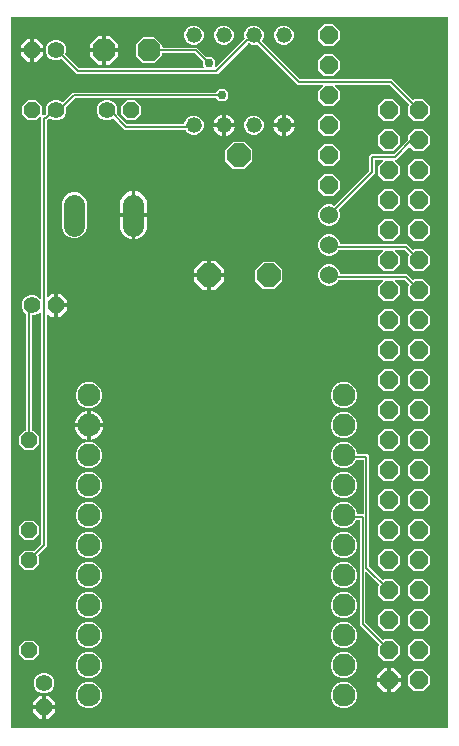
<source format=gbr>
G04 EAGLE Gerber X2 export*
%TF.Part,Single*%
%TF.FileFunction,Copper,L2,Bot,Mixed*%
%TF.FilePolarity,Positive*%
%TF.GenerationSoftware,Autodesk,EAGLE,8.6.0*%
%TF.CreationDate,2018-02-06T17:03:27Z*%
G75*
%MOMM*%
%FSLAX34Y34*%
%LPD*%
%AMOC8*
5,1,8,0,0,1.08239X$1,22.5*%
G01*
%ADD10P,2.089446X8X22.500000*%
%ADD11P,1.539592X8X202.500000*%
%ADD12C,1.422400*%
%ADD13P,1.539592X8X22.500000*%
%ADD14P,1.539592X8X292.500000*%
%ADD15P,1.649562X8X292.500000*%
%ADD16C,1.320800*%
%ADD17C,1.930400*%
%ADD18C,1.524000*%
%ADD19P,1.429621X8X112.500000*%
%ADD20P,1.429621X8X292.500000*%
%ADD21P,2.144431X8X22.500000*%
%ADD22P,1.649562X8X22.500000*%
%ADD23C,1.790700*%
%ADD24C,0.152400*%
%ADD25C,0.756400*%

G36*
X366798Y22864D02*
X366798Y22864D01*
X366817Y22862D01*
X366919Y22884D01*
X367021Y22900D01*
X367038Y22910D01*
X367058Y22914D01*
X367147Y22967D01*
X367238Y23016D01*
X367252Y23030D01*
X367269Y23040D01*
X367336Y23119D01*
X367408Y23194D01*
X367416Y23212D01*
X367429Y23227D01*
X367468Y23323D01*
X367511Y23417D01*
X367513Y23437D01*
X367521Y23455D01*
X367539Y23622D01*
X367539Y623978D01*
X367536Y623998D01*
X367538Y624017D01*
X367516Y624119D01*
X367500Y624221D01*
X367490Y624238D01*
X367486Y624258D01*
X367433Y624347D01*
X367384Y624438D01*
X367370Y624452D01*
X367360Y624469D01*
X367281Y624536D01*
X367206Y624608D01*
X367188Y624616D01*
X367173Y624629D01*
X367077Y624668D01*
X366983Y624711D01*
X366963Y624713D01*
X366945Y624721D01*
X366778Y624739D01*
X-1778Y624739D01*
X-1798Y624736D01*
X-1817Y624738D01*
X-1919Y624716D01*
X-2021Y624700D01*
X-2038Y624690D01*
X-2058Y624686D01*
X-2147Y624633D01*
X-2238Y624584D01*
X-2252Y624570D01*
X-2269Y624560D01*
X-2336Y624481D01*
X-2408Y624406D01*
X-2416Y624388D01*
X-2429Y624373D01*
X-2468Y624277D01*
X-2511Y624183D01*
X-2513Y624163D01*
X-2521Y624145D01*
X-2539Y623978D01*
X-2539Y23622D01*
X-2536Y23602D01*
X-2538Y23583D01*
X-2516Y23481D01*
X-2500Y23379D01*
X-2490Y23362D01*
X-2486Y23342D01*
X-2433Y23253D01*
X-2384Y23162D01*
X-2370Y23148D01*
X-2360Y23131D01*
X-2281Y23064D01*
X-2206Y22992D01*
X-2188Y22984D01*
X-2173Y22971D01*
X-2077Y22932D01*
X-1983Y22889D01*
X-1963Y22887D01*
X-1945Y22879D01*
X-1778Y22861D01*
X366778Y22861D01*
X366798Y22864D01*
G37*
%LPC*%
G36*
X9333Y156971D02*
X9333Y156971D01*
X4571Y161733D01*
X4571Y168467D01*
X9333Y173229D01*
X16067Y173229D01*
X16293Y173003D01*
X16309Y172991D01*
X16321Y172976D01*
X16408Y172920D01*
X16492Y172860D01*
X16511Y172854D01*
X16528Y172843D01*
X16629Y172818D01*
X16727Y172787D01*
X16747Y172788D01*
X16767Y172783D01*
X16870Y172791D01*
X16973Y172794D01*
X16992Y172800D01*
X17012Y172802D01*
X17107Y172842D01*
X17204Y172878D01*
X17220Y172891D01*
X17238Y172898D01*
X17369Y173003D01*
X22890Y178524D01*
X22943Y178598D01*
X23003Y178668D01*
X23015Y178698D01*
X23034Y178724D01*
X23061Y178811D01*
X23095Y178896D01*
X23099Y178937D01*
X23106Y178959D01*
X23105Y178991D01*
X23113Y179063D01*
X23113Y374821D01*
X23102Y374892D01*
X23100Y374964D01*
X23082Y375013D01*
X23074Y375064D01*
X23040Y375127D01*
X23015Y375195D01*
X22983Y375235D01*
X22958Y375281D01*
X22906Y375331D01*
X22862Y375387D01*
X22818Y375415D01*
X22780Y375451D01*
X22715Y375481D01*
X22655Y375520D01*
X22604Y375532D01*
X22557Y375554D01*
X22486Y375562D01*
X22416Y375580D01*
X22364Y375576D01*
X22313Y375581D01*
X22242Y375566D01*
X22171Y375561D01*
X22123Y375540D01*
X22072Y375529D01*
X22011Y375492D01*
X21945Y375464D01*
X21889Y375420D01*
X21861Y375403D01*
X21846Y375385D01*
X21814Y375360D01*
X20132Y373678D01*
X16958Y372363D01*
X15748Y372363D01*
X15728Y372360D01*
X15709Y372362D01*
X15607Y372340D01*
X15505Y372324D01*
X15488Y372314D01*
X15468Y372310D01*
X15379Y372257D01*
X15288Y372208D01*
X15274Y372194D01*
X15257Y372184D01*
X15190Y372105D01*
X15118Y372030D01*
X15110Y372012D01*
X15097Y371997D01*
X15058Y371901D01*
X15015Y371807D01*
X15013Y371787D01*
X15005Y371769D01*
X14987Y371602D01*
X14987Y275590D01*
X14990Y275573D01*
X14988Y275556D01*
X14988Y275554D01*
X14988Y275551D01*
X15010Y275449D01*
X15026Y275347D01*
X15036Y275330D01*
X15040Y275310D01*
X15093Y275221D01*
X15142Y275130D01*
X15156Y275116D01*
X15166Y275099D01*
X15245Y275032D01*
X15320Y274960D01*
X15338Y274952D01*
X15353Y274939D01*
X15449Y274900D01*
X15543Y274857D01*
X15563Y274855D01*
X15581Y274847D01*
X15748Y274829D01*
X16067Y274829D01*
X20829Y270067D01*
X20829Y263333D01*
X16067Y258571D01*
X9333Y258571D01*
X4571Y263333D01*
X4571Y270067D01*
X9333Y274829D01*
X9652Y274829D01*
X9672Y274832D01*
X9691Y274830D01*
X9793Y274852D01*
X9895Y274868D01*
X9912Y274878D01*
X9932Y274882D01*
X10021Y274935D01*
X10112Y274984D01*
X10126Y274998D01*
X10143Y275008D01*
X10210Y275087D01*
X10282Y275162D01*
X10290Y275180D01*
X10303Y275195D01*
X10342Y275291D01*
X10385Y275385D01*
X10387Y275405D01*
X10395Y275423D01*
X10413Y275590D01*
X10413Y373297D01*
X10399Y373387D01*
X10391Y373478D01*
X10379Y373508D01*
X10374Y373540D01*
X10331Y373621D01*
X10295Y373705D01*
X10269Y373737D01*
X10258Y373757D01*
X10235Y373780D01*
X10190Y373835D01*
X7918Y376108D01*
X6603Y379282D01*
X6603Y382718D01*
X7918Y385892D01*
X10348Y388322D01*
X13522Y389637D01*
X16958Y389637D01*
X20132Y388322D01*
X21814Y386640D01*
X21872Y386599D01*
X21924Y386549D01*
X21971Y386527D01*
X22013Y386497D01*
X22082Y386476D01*
X22147Y386446D01*
X22199Y386440D01*
X22249Y386425D01*
X22320Y386426D01*
X22391Y386419D01*
X22442Y386430D01*
X22494Y386431D01*
X22562Y386456D01*
X22632Y386471D01*
X22677Y386497D01*
X22725Y386515D01*
X22781Y386560D01*
X22843Y386597D01*
X22877Y386637D01*
X22917Y386669D01*
X22956Y386729D01*
X23003Y386784D01*
X23022Y386832D01*
X23050Y386876D01*
X23068Y386945D01*
X23095Y387012D01*
X23103Y387083D01*
X23111Y387115D01*
X23109Y387138D01*
X23113Y387179D01*
X23113Y539921D01*
X23102Y539992D01*
X23100Y540064D01*
X23082Y540113D01*
X23074Y540164D01*
X23040Y540227D01*
X23015Y540295D01*
X22983Y540335D01*
X22958Y540381D01*
X22906Y540431D01*
X22862Y540487D01*
X22818Y540515D01*
X22780Y540551D01*
X22715Y540581D01*
X22655Y540620D01*
X22604Y540632D01*
X22557Y540654D01*
X22486Y540662D01*
X22416Y540680D01*
X22364Y540676D01*
X22313Y540682D01*
X22242Y540666D01*
X22171Y540661D01*
X22123Y540640D01*
X22072Y540629D01*
X22011Y540592D01*
X21945Y540564D01*
X21889Y540520D01*
X21861Y540503D01*
X21846Y540485D01*
X21814Y540460D01*
X18817Y537463D01*
X11663Y537463D01*
X6603Y542523D01*
X6603Y549677D01*
X11663Y554737D01*
X18817Y554737D01*
X23877Y549677D01*
X23877Y542798D01*
X23880Y542778D01*
X23878Y542759D01*
X23900Y542657D01*
X23916Y542555D01*
X23926Y542538D01*
X23930Y542518D01*
X23983Y542429D01*
X24032Y542338D01*
X24046Y542324D01*
X24056Y542307D01*
X24135Y542240D01*
X24210Y542168D01*
X24228Y542160D01*
X24243Y542147D01*
X24339Y542108D01*
X24433Y542065D01*
X24453Y542063D01*
X24471Y542055D01*
X24638Y542037D01*
X25725Y542037D01*
X25815Y542051D01*
X25906Y542059D01*
X25936Y542071D01*
X25968Y542076D01*
X26048Y542119D01*
X26132Y542155D01*
X26164Y542181D01*
X26185Y542192D01*
X26207Y542215D01*
X26263Y542260D01*
X26992Y542988D01*
X27060Y543084D01*
X27130Y543177D01*
X27132Y543183D01*
X27135Y543188D01*
X27170Y543300D01*
X27206Y543411D01*
X27206Y543417D01*
X27208Y543423D01*
X27205Y543540D01*
X27204Y543657D01*
X27202Y543664D01*
X27201Y543669D01*
X27195Y543687D01*
X27157Y543818D01*
X26923Y544382D01*
X26923Y547818D01*
X28238Y550992D01*
X30668Y553422D01*
X33842Y554737D01*
X37278Y554737D01*
X40452Y553422D01*
X40782Y553092D01*
X40798Y553081D01*
X40810Y553065D01*
X40898Y553009D01*
X40982Y552949D01*
X41001Y552943D01*
X41017Y552932D01*
X41118Y552907D01*
X41217Y552876D01*
X41237Y552877D01*
X41256Y552872D01*
X41359Y552880D01*
X41463Y552883D01*
X41481Y552890D01*
X41501Y552891D01*
X41596Y552932D01*
X41694Y552967D01*
X41709Y552980D01*
X41727Y552988D01*
X41858Y553092D01*
X49853Y561087D01*
X170679Y561087D01*
X170769Y561101D01*
X170860Y561109D01*
X170890Y561121D01*
X170922Y561126D01*
X171002Y561169D01*
X171086Y561205D01*
X171118Y561231D01*
X171139Y561242D01*
X171161Y561265D01*
X171217Y561310D01*
X174014Y564107D01*
X178411Y564107D01*
X181519Y560998D01*
X181519Y556602D01*
X178411Y553493D01*
X174014Y553493D01*
X171217Y556290D01*
X171143Y556343D01*
X171074Y556403D01*
X171044Y556415D01*
X171018Y556434D01*
X170931Y556461D01*
X170846Y556495D01*
X170805Y556499D01*
X170783Y556506D01*
X170750Y556505D01*
X170679Y556513D01*
X52063Y556513D01*
X51972Y556499D01*
X51882Y556491D01*
X51852Y556479D01*
X51820Y556474D01*
X51739Y556431D01*
X51655Y556395D01*
X51623Y556369D01*
X51602Y556358D01*
X51588Y556343D01*
X51586Y556342D01*
X51577Y556332D01*
X51524Y556290D01*
X44221Y548987D01*
X44153Y548892D01*
X44083Y548798D01*
X44081Y548793D01*
X44078Y548787D01*
X44043Y548676D01*
X44007Y548565D01*
X44007Y548558D01*
X44005Y548552D01*
X44008Y548436D01*
X44009Y548319D01*
X44011Y548311D01*
X44012Y548306D01*
X44018Y548289D01*
X44056Y548158D01*
X44197Y547818D01*
X44197Y544382D01*
X42882Y541208D01*
X40452Y538778D01*
X37278Y537463D01*
X33842Y537463D01*
X30668Y538778D01*
X30497Y538949D01*
X30481Y538961D01*
X30468Y538976D01*
X30381Y539032D01*
X30297Y539092D01*
X30278Y539098D01*
X30261Y539109D01*
X30161Y539134D01*
X30062Y539165D01*
X30042Y539164D01*
X30023Y539169D01*
X29920Y539161D01*
X29816Y539158D01*
X29797Y539152D01*
X29778Y539150D01*
X29682Y539110D01*
X29585Y539074D01*
X29570Y539062D01*
X29551Y539054D01*
X29420Y538949D01*
X27910Y537438D01*
X27857Y537364D01*
X27797Y537295D01*
X27785Y537265D01*
X27766Y537239D01*
X27739Y537151D01*
X27705Y537067D01*
X27701Y537026D01*
X27694Y537003D01*
X27695Y536971D01*
X27687Y536900D01*
X27687Y388616D01*
X27698Y388545D01*
X27700Y388473D01*
X27718Y388424D01*
X27726Y388373D01*
X27760Y388309D01*
X27785Y388242D01*
X27817Y388201D01*
X27842Y388155D01*
X27894Y388106D01*
X27938Y388050D01*
X27982Y388022D01*
X28020Y387986D01*
X28085Y387956D01*
X28145Y387917D01*
X28196Y387904D01*
X28243Y387882D01*
X28314Y387875D01*
X28384Y387857D01*
X28436Y387861D01*
X28487Y387855D01*
X28558Y387871D01*
X28629Y387876D01*
X28677Y387896D01*
X28728Y387908D01*
X28789Y387944D01*
X28855Y387972D01*
X28911Y388017D01*
X28939Y388034D01*
X28954Y388052D01*
X28986Y388077D01*
X31562Y390653D01*
X34037Y390653D01*
X34037Y381762D01*
X34040Y381742D01*
X34038Y381723D01*
X34060Y381621D01*
X34077Y381519D01*
X34086Y381502D01*
X34090Y381482D01*
X34143Y381393D01*
X34192Y381302D01*
X34206Y381288D01*
X34216Y381271D01*
X34295Y381204D01*
X34370Y381133D01*
X34388Y381124D01*
X34403Y381111D01*
X34499Y381073D01*
X34593Y381029D01*
X34613Y381027D01*
X34631Y381019D01*
X34798Y381001D01*
X35561Y381001D01*
X35561Y380999D01*
X34798Y380999D01*
X34778Y380996D01*
X34759Y380998D01*
X34657Y380976D01*
X34555Y380959D01*
X34538Y380950D01*
X34518Y380946D01*
X34429Y380893D01*
X34338Y380844D01*
X34324Y380830D01*
X34307Y380820D01*
X34240Y380741D01*
X34169Y380666D01*
X34160Y380648D01*
X34147Y380633D01*
X34108Y380537D01*
X34065Y380443D01*
X34063Y380423D01*
X34055Y380405D01*
X34037Y380238D01*
X34037Y371347D01*
X31562Y371347D01*
X28986Y373923D01*
X28928Y373965D01*
X28876Y374014D01*
X28829Y374036D01*
X28787Y374066D01*
X28718Y374087D01*
X28653Y374118D01*
X28601Y374123D01*
X28551Y374139D01*
X28480Y374137D01*
X28409Y374145D01*
X28358Y374134D01*
X28306Y374132D01*
X28238Y374108D01*
X28168Y374092D01*
X28123Y374066D01*
X28075Y374048D01*
X28019Y374003D01*
X27957Y373966D01*
X27923Y373927D01*
X27883Y373894D01*
X27844Y373834D01*
X27797Y373779D01*
X27778Y373731D01*
X27750Y373687D01*
X27732Y373618D01*
X27705Y373551D01*
X27697Y373480D01*
X27689Y373449D01*
X27691Y373425D01*
X27687Y373384D01*
X27687Y176853D01*
X26124Y175290D01*
X20603Y169769D01*
X20591Y169753D01*
X20576Y169741D01*
X20520Y169653D01*
X20460Y169569D01*
X20454Y169550D01*
X20443Y169534D01*
X20418Y169433D01*
X20387Y169334D01*
X20388Y169314D01*
X20383Y169295D01*
X20391Y169192D01*
X20394Y169089D01*
X20400Y169070D01*
X20402Y169050D01*
X20442Y168955D01*
X20478Y168857D01*
X20491Y168842D01*
X20498Y168824D01*
X20603Y168693D01*
X20829Y168467D01*
X20829Y161733D01*
X16067Y156971D01*
X9333Y156971D01*
G37*
%LPD*%
%LPC*%
G36*
X339112Y536955D02*
X339112Y536955D01*
X333755Y542312D01*
X333755Y549888D01*
X334278Y550411D01*
X334290Y550427D01*
X334306Y550440D01*
X334362Y550527D01*
X334422Y550611D01*
X334428Y550630D01*
X334439Y550647D01*
X334464Y550747D01*
X334494Y550846D01*
X334494Y550866D01*
X334499Y550885D01*
X334491Y550988D01*
X334488Y551092D01*
X334481Y551111D01*
X334480Y551130D01*
X334439Y551225D01*
X334404Y551323D01*
X334391Y551338D01*
X334383Y551357D01*
X334278Y551488D01*
X318363Y567403D01*
X318289Y567456D01*
X318220Y567515D01*
X318190Y567528D01*
X318164Y567546D01*
X318077Y567573D01*
X317992Y567607D01*
X317951Y567612D01*
X317928Y567619D01*
X317896Y567618D01*
X317825Y567626D01*
X272645Y567626D01*
X272574Y567614D01*
X272502Y567612D01*
X272453Y567594D01*
X272402Y567586D01*
X272339Y567552D01*
X272271Y567528D01*
X272231Y567495D01*
X272184Y567471D01*
X272135Y567419D01*
X272079Y567374D01*
X272051Y567330D01*
X272015Y567293D01*
X271985Y567228D01*
X271946Y567167D01*
X271933Y567117D01*
X271911Y567070D01*
X271904Y566998D01*
X271886Y566929D01*
X271890Y566877D01*
X271884Y566825D01*
X271900Y566755D01*
X271905Y566684D01*
X271926Y566636D01*
X271937Y566585D01*
X271973Y566523D01*
X272002Y566457D01*
X272046Y566401D01*
X272063Y566374D01*
X272081Y566358D01*
X272106Y566326D01*
X275845Y562588D01*
X275845Y555012D01*
X270488Y549655D01*
X262912Y549655D01*
X257555Y555012D01*
X257555Y562588D01*
X261294Y566326D01*
X261336Y566384D01*
X261385Y566436D01*
X261407Y566484D01*
X261437Y566526D01*
X261458Y566594D01*
X261489Y566660D01*
X261494Y566711D01*
X261510Y566761D01*
X261508Y566833D01*
X261516Y566904D01*
X261505Y566955D01*
X261503Y567007D01*
X261479Y567074D01*
X261463Y567144D01*
X261437Y567189D01*
X261419Y567238D01*
X261374Y567294D01*
X261337Y567355D01*
X261298Y567389D01*
X261265Y567430D01*
X261205Y567469D01*
X261150Y567515D01*
X261102Y567535D01*
X261058Y567563D01*
X260989Y567580D01*
X260922Y567607D01*
X260851Y567615D01*
X260820Y567623D01*
X260796Y567621D01*
X260755Y567626D01*
X240353Y567626D01*
X238790Y569188D01*
X206372Y601607D01*
X206278Y601674D01*
X206183Y601745D01*
X206177Y601747D01*
X206172Y601750D01*
X206061Y601784D01*
X205949Y601821D01*
X205943Y601821D01*
X205937Y601823D01*
X205820Y601820D01*
X205703Y601818D01*
X205696Y601816D01*
X205691Y601816D01*
X205674Y601810D01*
X205542Y601772D01*
X204817Y601471D01*
X201583Y601471D01*
X198613Y602702D01*
X198499Y602728D01*
X198386Y602757D01*
X198379Y602756D01*
X198373Y602758D01*
X198257Y602747D01*
X198140Y602738D01*
X198135Y602735D01*
X198128Y602735D01*
X198021Y602687D01*
X197914Y602641D01*
X197908Y602637D01*
X197904Y602635D01*
X197890Y602622D01*
X197783Y602537D01*
X172397Y577151D01*
X53028Y577151D01*
X51465Y578713D01*
X40917Y589262D01*
X40822Y589330D01*
X40728Y589400D01*
X40722Y589402D01*
X40717Y589405D01*
X40606Y589440D01*
X40494Y589476D01*
X40488Y589476D01*
X40482Y589478D01*
X40365Y589475D01*
X40248Y589474D01*
X40241Y589472D01*
X40236Y589471D01*
X40219Y589465D01*
X40087Y589427D01*
X37278Y588263D01*
X33842Y588263D01*
X30668Y589578D01*
X28238Y592008D01*
X26923Y595182D01*
X26923Y598618D01*
X28238Y601792D01*
X30668Y604222D01*
X33842Y605537D01*
X37278Y605537D01*
X40452Y604222D01*
X42882Y601792D01*
X44197Y598618D01*
X44197Y595182D01*
X43591Y593720D01*
X43564Y593606D01*
X43536Y593493D01*
X43536Y593487D01*
X43535Y593480D01*
X43546Y593364D01*
X43555Y593248D01*
X43557Y593242D01*
X43558Y593236D01*
X43606Y593128D01*
X43651Y593021D01*
X43656Y593015D01*
X43658Y593011D01*
X43671Y592997D01*
X43756Y592890D01*
X54699Y581947D01*
X54773Y581894D01*
X54843Y581835D01*
X54873Y581822D01*
X54899Y581804D01*
X54986Y581777D01*
X55071Y581743D01*
X55112Y581738D01*
X55134Y581731D01*
X55166Y581732D01*
X55238Y581724D01*
X159821Y581724D01*
X159891Y581736D01*
X159963Y581738D01*
X160012Y581756D01*
X160063Y581764D01*
X160127Y581798D01*
X160194Y581822D01*
X160235Y581855D01*
X160281Y581879D01*
X160330Y581931D01*
X160386Y581976D01*
X160414Y582020D01*
X160450Y582057D01*
X160480Y582122D01*
X160519Y582183D01*
X160532Y582233D01*
X160554Y582280D01*
X160562Y582352D01*
X160579Y582421D01*
X160575Y582473D01*
X160581Y582525D01*
X160566Y582595D01*
X160560Y582666D01*
X160540Y582714D01*
X160529Y582765D01*
X160492Y582827D01*
X160464Y582893D01*
X160419Y582949D01*
X160402Y582976D01*
X160385Y582992D01*
X160359Y583024D01*
X159793Y583589D01*
X159793Y587545D01*
X159779Y587635D01*
X159771Y587726D01*
X159759Y587756D01*
X159754Y587788D01*
X159711Y587868D01*
X159675Y587952D01*
X159649Y587984D01*
X159638Y588005D01*
X159615Y588027D01*
X159570Y588083D01*
X153263Y594390D01*
X153189Y594443D01*
X153120Y594503D01*
X153090Y594515D01*
X153064Y594534D01*
X152977Y594561D01*
X152892Y594595D01*
X152851Y594599D01*
X152828Y594606D01*
X152796Y594605D01*
X152725Y594613D01*
X126238Y594613D01*
X126218Y594610D01*
X126199Y594612D01*
X126097Y594590D01*
X125995Y594574D01*
X125978Y594564D01*
X125958Y594560D01*
X125869Y594507D01*
X125778Y594458D01*
X125764Y594444D01*
X125747Y594434D01*
X125680Y594355D01*
X125608Y594280D01*
X125600Y594262D01*
X125587Y594247D01*
X125548Y594151D01*
X125505Y594057D01*
X125503Y594037D01*
X125495Y594019D01*
X125477Y593852D01*
X125477Y592270D01*
X118930Y585723D01*
X109670Y585723D01*
X103123Y592270D01*
X103123Y601530D01*
X109670Y608077D01*
X118930Y608077D01*
X125477Y601530D01*
X125477Y599948D01*
X125480Y599928D01*
X125478Y599909D01*
X125500Y599807D01*
X125516Y599705D01*
X125526Y599688D01*
X125530Y599668D01*
X125583Y599579D01*
X125632Y599488D01*
X125646Y599474D01*
X125656Y599457D01*
X125735Y599390D01*
X125810Y599318D01*
X125828Y599310D01*
X125843Y599297D01*
X125939Y599258D01*
X126033Y599215D01*
X126053Y599213D01*
X126071Y599205D01*
X126238Y599187D01*
X154935Y599187D01*
X162804Y591317D01*
X162878Y591264D01*
X162948Y591205D01*
X162978Y591192D01*
X163004Y591174D01*
X163091Y591147D01*
X163176Y591113D01*
X163217Y591108D01*
X163239Y591101D01*
X163271Y591102D01*
X163343Y591094D01*
X167298Y591094D01*
X170407Y587986D01*
X170407Y583466D01*
X170418Y583395D01*
X170420Y583324D01*
X170438Y583275D01*
X170446Y583223D01*
X170480Y583160D01*
X170505Y583093D01*
X170537Y583052D01*
X170562Y583006D01*
X170613Y582957D01*
X170658Y582900D01*
X170702Y582872D01*
X170740Y582836D01*
X170805Y582806D01*
X170865Y582767D01*
X170916Y582755D01*
X170963Y582733D01*
X171034Y582725D01*
X171104Y582707D01*
X171156Y582711D01*
X171207Y582706D01*
X171278Y582721D01*
X171349Y582727D01*
X171397Y582747D01*
X171448Y582758D01*
X171509Y582795D01*
X171575Y582823D01*
X171631Y582868D01*
X171659Y582884D01*
X171674Y582902D01*
X171706Y582928D01*
X195207Y606428D01*
X195274Y606522D01*
X195345Y606617D01*
X195347Y606623D01*
X195350Y606628D01*
X195384Y606739D01*
X195421Y606851D01*
X195421Y606857D01*
X195423Y606863D01*
X195420Y606980D01*
X195418Y607097D01*
X195416Y607104D01*
X195416Y607109D01*
X195410Y607126D01*
X195372Y607258D01*
X195071Y607983D01*
X195071Y611217D01*
X196309Y614205D01*
X198595Y616491D01*
X201583Y617729D01*
X204817Y617729D01*
X207805Y616491D01*
X210091Y614205D01*
X211329Y611217D01*
X211329Y607983D01*
X210098Y605013D01*
X210072Y604899D01*
X210043Y604786D01*
X210044Y604779D01*
X210042Y604773D01*
X210053Y604657D01*
X210062Y604540D01*
X210065Y604535D01*
X210065Y604528D01*
X210113Y604421D01*
X210159Y604314D01*
X210163Y604308D01*
X210165Y604304D01*
X210178Y604290D01*
X210263Y604183D01*
X242024Y572422D01*
X242098Y572369D01*
X242168Y572310D01*
X242198Y572297D01*
X242224Y572279D01*
X242311Y572252D01*
X242396Y572218D01*
X242437Y572213D01*
X242459Y572206D01*
X242491Y572207D01*
X242563Y572199D01*
X320035Y572199D01*
X337512Y554722D01*
X337529Y554710D01*
X337541Y554694D01*
X337628Y554638D01*
X337712Y554578D01*
X337731Y554572D01*
X337748Y554561D01*
X337848Y554536D01*
X337947Y554506D01*
X337967Y554506D01*
X337986Y554501D01*
X338089Y554509D01*
X338193Y554512D01*
X338212Y554519D01*
X338232Y554520D01*
X338327Y554561D01*
X338424Y554596D01*
X338440Y554609D01*
X338458Y554617D01*
X338589Y554722D01*
X339112Y555245D01*
X346688Y555245D01*
X352045Y549888D01*
X352045Y542312D01*
X346688Y536955D01*
X339112Y536955D01*
G37*
%LPD*%
%LPC*%
G36*
X313712Y79755D02*
X313712Y79755D01*
X308355Y85112D01*
X308355Y92688D01*
X308878Y93211D01*
X308890Y93227D01*
X308906Y93240D01*
X308962Y93327D01*
X309022Y93411D01*
X309028Y93430D01*
X309039Y93447D01*
X309064Y93547D01*
X309094Y93646D01*
X309094Y93666D01*
X309099Y93685D01*
X309091Y93788D01*
X309088Y93892D01*
X309081Y93911D01*
X309080Y93930D01*
X309039Y94025D01*
X309004Y94123D01*
X308991Y94138D01*
X308983Y94157D01*
X308878Y94288D01*
X294551Y108615D01*
X292988Y110178D01*
X292988Y198565D01*
X292985Y198584D01*
X292987Y198604D01*
X292965Y198705D01*
X292949Y198807D01*
X292939Y198825D01*
X292935Y198844D01*
X292882Y198933D01*
X292833Y199025D01*
X292819Y199038D01*
X292809Y199055D01*
X292730Y199123D01*
X292655Y199194D01*
X292637Y199202D01*
X292622Y199215D01*
X292526Y199254D01*
X292432Y199298D01*
X292412Y199300D01*
X292394Y199307D01*
X292227Y199326D01*
X290402Y199326D01*
X290287Y199307D01*
X290171Y199290D01*
X290165Y199287D01*
X290159Y199286D01*
X290056Y199232D01*
X289951Y199178D01*
X289947Y199174D01*
X289941Y199171D01*
X289862Y199087D01*
X289779Y199003D01*
X289775Y198996D01*
X289772Y198993D01*
X289764Y198976D01*
X289698Y198856D01*
X288875Y196869D01*
X285731Y193725D01*
X281623Y192023D01*
X277177Y192023D01*
X273069Y193725D01*
X269925Y196869D01*
X268223Y200977D01*
X268223Y205423D01*
X269925Y209531D01*
X273069Y212675D01*
X277177Y214377D01*
X281623Y214377D01*
X285731Y212675D01*
X288875Y209531D01*
X290577Y205423D01*
X290577Y204660D01*
X290580Y204641D01*
X290578Y204621D01*
X290600Y204520D01*
X290616Y204418D01*
X290626Y204400D01*
X290630Y204381D01*
X290683Y204292D01*
X290732Y204200D01*
X290746Y204187D01*
X290756Y204170D01*
X290835Y204102D01*
X290910Y204031D01*
X290928Y204023D01*
X290943Y204010D01*
X291039Y203971D01*
X291133Y203927D01*
X291153Y203925D01*
X291171Y203918D01*
X291338Y203899D01*
X295402Y203899D01*
X295422Y203902D01*
X295441Y203900D01*
X295543Y203922D01*
X295645Y203939D01*
X295662Y203948D01*
X295682Y203953D01*
X295771Y204006D01*
X295862Y204054D01*
X295876Y204068D01*
X295893Y204079D01*
X295960Y204157D01*
X296032Y204232D01*
X296040Y204250D01*
X296053Y204266D01*
X296092Y204362D01*
X296135Y204455D01*
X296137Y204475D01*
X296145Y204494D01*
X296163Y204660D01*
X296163Y249365D01*
X296160Y249384D01*
X296162Y249404D01*
X296140Y249505D01*
X296124Y249607D01*
X296114Y249625D01*
X296110Y249644D01*
X296057Y249733D01*
X296008Y249825D01*
X295994Y249838D01*
X295984Y249855D01*
X295905Y249923D01*
X295830Y249994D01*
X295812Y250002D01*
X295797Y250015D01*
X295701Y250054D01*
X295607Y250098D01*
X295587Y250100D01*
X295569Y250107D01*
X295402Y250126D01*
X290402Y250126D01*
X290287Y250107D01*
X290171Y250090D01*
X290165Y250087D01*
X290159Y250086D01*
X290056Y250032D01*
X289951Y249978D01*
X289947Y249974D01*
X289941Y249971D01*
X289862Y249887D01*
X289779Y249803D01*
X289775Y249796D01*
X289772Y249793D01*
X289764Y249776D01*
X289698Y249656D01*
X288875Y247669D01*
X285731Y244525D01*
X281623Y242823D01*
X277177Y242823D01*
X273069Y244525D01*
X269925Y247669D01*
X268223Y251777D01*
X268223Y256223D01*
X269925Y260331D01*
X273069Y263475D01*
X277177Y265177D01*
X281623Y265177D01*
X285731Y263475D01*
X288875Y260331D01*
X290577Y256223D01*
X290577Y255460D01*
X290580Y255441D01*
X290578Y255421D01*
X290600Y255320D01*
X290616Y255218D01*
X290626Y255200D01*
X290630Y255181D01*
X290683Y255092D01*
X290732Y255000D01*
X290746Y254987D01*
X290756Y254970D01*
X290835Y254902D01*
X290910Y254831D01*
X290928Y254823D01*
X290943Y254810D01*
X291039Y254771D01*
X291133Y254727D01*
X291153Y254725D01*
X291171Y254718D01*
X291338Y254699D01*
X299397Y254699D01*
X300737Y253360D01*
X300737Y160013D01*
X300751Y159922D01*
X300759Y159832D01*
X300771Y159802D01*
X300776Y159770D01*
X300819Y159689D01*
X300855Y159605D01*
X300881Y159573D01*
X300892Y159552D01*
X300915Y159530D01*
X300960Y159474D01*
X312112Y148322D01*
X312129Y148310D01*
X312141Y148294D01*
X312228Y148238D01*
X312312Y148178D01*
X312331Y148172D01*
X312348Y148161D01*
X312448Y148136D01*
X312547Y148106D01*
X312567Y148106D01*
X312586Y148101D01*
X312689Y148109D01*
X312793Y148112D01*
X312812Y148119D01*
X312832Y148120D01*
X312927Y148161D01*
X313024Y148196D01*
X313040Y148209D01*
X313058Y148217D01*
X313189Y148322D01*
X313712Y148845D01*
X321288Y148845D01*
X326645Y143488D01*
X326645Y135912D01*
X321288Y130555D01*
X313712Y130555D01*
X308355Y135912D01*
X308355Y143488D01*
X308878Y144011D01*
X308890Y144027D01*
X308906Y144040D01*
X308962Y144127D01*
X309022Y144211D01*
X309028Y144230D01*
X309039Y144247D01*
X309064Y144347D01*
X309094Y144446D01*
X309094Y144466D01*
X309099Y144485D01*
X309091Y144588D01*
X309088Y144692D01*
X309081Y144711D01*
X309080Y144730D01*
X309039Y144825D01*
X309004Y144923D01*
X308991Y144938D01*
X308983Y144957D01*
X308878Y145088D01*
X298861Y155105D01*
X298803Y155147D01*
X298751Y155196D01*
X298729Y155206D01*
X298727Y155208D01*
X298714Y155213D01*
X298704Y155218D01*
X298662Y155248D01*
X298593Y155269D01*
X298528Y155300D01*
X298476Y155305D01*
X298426Y155321D01*
X298355Y155319D01*
X298284Y155327D01*
X298233Y155316D01*
X298181Y155314D01*
X298113Y155290D01*
X298043Y155275D01*
X297999Y155248D01*
X297950Y155230D01*
X297894Y155185D01*
X297832Y155148D01*
X297798Y155109D01*
X297758Y155076D01*
X297719Y155016D01*
X297672Y154961D01*
X297653Y154913D01*
X297625Y154869D01*
X297607Y154800D01*
X297604Y154793D01*
X297590Y154762D01*
X297589Y154755D01*
X297580Y154733D01*
X297572Y154662D01*
X297564Y154631D01*
X297566Y154607D01*
X297562Y154567D01*
X297562Y112388D01*
X297576Y112297D01*
X297584Y112207D01*
X297596Y112177D01*
X297601Y112145D01*
X297644Y112064D01*
X297680Y111980D01*
X297706Y111948D01*
X297717Y111927D01*
X297740Y111905D01*
X297785Y111849D01*
X312112Y97522D01*
X312129Y97510D01*
X312141Y97494D01*
X312228Y97438D01*
X312312Y97378D01*
X312331Y97372D01*
X312348Y97361D01*
X312448Y97336D01*
X312547Y97306D01*
X312567Y97306D01*
X312586Y97301D01*
X312689Y97309D01*
X312793Y97312D01*
X312812Y97319D01*
X312832Y97320D01*
X312927Y97361D01*
X313024Y97396D01*
X313040Y97409D01*
X313058Y97417D01*
X313189Y97522D01*
X313712Y98045D01*
X321288Y98045D01*
X326645Y92688D01*
X326645Y85112D01*
X321288Y79755D01*
X313712Y79755D01*
G37*
%LPD*%
%LPC*%
G36*
X264881Y448055D02*
X264881Y448055D01*
X261520Y449447D01*
X258947Y452020D01*
X257555Y455381D01*
X257555Y459019D01*
X258947Y462380D01*
X261520Y464953D01*
X264881Y466345D01*
X268519Y466345D01*
X270942Y465341D01*
X271056Y465314D01*
X271170Y465286D01*
X271176Y465286D01*
X271182Y465285D01*
X271298Y465296D01*
X271415Y465305D01*
X271420Y465307D01*
X271427Y465308D01*
X271534Y465356D01*
X271641Y465401D01*
X271647Y465406D01*
X271651Y465408D01*
X271665Y465421D01*
X271772Y465506D01*
X300703Y494437D01*
X300756Y494511D01*
X300815Y494580D01*
X300828Y494610D01*
X300846Y494636D01*
X300873Y494723D01*
X300907Y494808D01*
X300912Y494849D01*
X300919Y494872D01*
X300918Y494904D01*
X300926Y494975D01*
X300926Y507360D01*
X302265Y508699D01*
X321000Y508699D01*
X321090Y508714D01*
X321181Y508721D01*
X321211Y508734D01*
X321243Y508739D01*
X321323Y508782D01*
X321407Y508817D01*
X321439Y508843D01*
X321460Y508854D01*
X321482Y508877D01*
X321538Y508922D01*
X333532Y520916D01*
X333585Y520990D01*
X333645Y521060D01*
X333657Y521090D01*
X333676Y521116D01*
X333703Y521203D01*
X333737Y521288D01*
X333741Y521329D01*
X333748Y521351D01*
X333747Y521383D01*
X333755Y521455D01*
X333755Y524488D01*
X339112Y529845D01*
X346688Y529845D01*
X352045Y524488D01*
X352045Y516912D01*
X346688Y511555D01*
X339112Y511555D01*
X335414Y515253D01*
X335398Y515265D01*
X335385Y515281D01*
X335298Y515337D01*
X335214Y515397D01*
X335195Y515403D01*
X335178Y515414D01*
X335078Y515439D01*
X334979Y515469D01*
X334959Y515469D01*
X334940Y515474D01*
X334837Y515466D01*
X334733Y515463D01*
X334714Y515456D01*
X334695Y515455D01*
X334600Y515414D01*
X334502Y515379D01*
X334487Y515366D01*
X334468Y515358D01*
X334337Y515253D01*
X323135Y504051D01*
X323071Y504028D01*
X323031Y503995D01*
X322984Y503971D01*
X322935Y503919D01*
X322879Y503874D01*
X322851Y503830D01*
X322815Y503793D01*
X322785Y503728D01*
X322746Y503667D01*
X322733Y503617D01*
X322711Y503570D01*
X322704Y503498D01*
X322686Y503429D01*
X322690Y503377D01*
X322684Y503325D01*
X322700Y503255D01*
X322705Y503184D01*
X322726Y503136D01*
X322737Y503085D01*
X322773Y503023D01*
X322802Y502957D01*
X322846Y502901D01*
X322863Y502874D01*
X322881Y502858D01*
X322906Y502826D01*
X326645Y499088D01*
X326645Y491512D01*
X321288Y486155D01*
X313712Y486155D01*
X308355Y491512D01*
X308355Y499088D01*
X312094Y502826D01*
X312136Y502884D01*
X312185Y502936D01*
X312207Y502984D01*
X312237Y503026D01*
X312258Y503094D01*
X312289Y503160D01*
X312294Y503211D01*
X312310Y503261D01*
X312308Y503333D01*
X312316Y503404D01*
X312305Y503455D01*
X312303Y503507D01*
X312279Y503574D01*
X312263Y503644D01*
X312237Y503689D01*
X312219Y503738D01*
X312174Y503794D01*
X312137Y503855D01*
X312098Y503889D01*
X312065Y503930D01*
X312005Y503969D01*
X311950Y504015D01*
X311902Y504035D01*
X311858Y504063D01*
X311789Y504080D01*
X311722Y504107D01*
X311651Y504115D01*
X311620Y504123D01*
X311596Y504121D01*
X311555Y504126D01*
X306260Y504126D01*
X306241Y504123D01*
X306221Y504125D01*
X306120Y504103D01*
X306018Y504086D01*
X306000Y504077D01*
X305981Y504072D01*
X305892Y504019D01*
X305800Y503971D01*
X305787Y503957D01*
X305770Y503946D01*
X305702Y503868D01*
X305631Y503793D01*
X305623Y503775D01*
X305610Y503759D01*
X305571Y503663D01*
X305527Y503570D01*
X305525Y503550D01*
X305518Y503531D01*
X305499Y503365D01*
X305499Y492765D01*
X303937Y491203D01*
X275006Y462272D01*
X274938Y462178D01*
X274868Y462083D01*
X274866Y462077D01*
X274862Y462072D01*
X274828Y461961D01*
X274792Y461849D01*
X274792Y461843D01*
X274790Y461837D01*
X274793Y461720D01*
X274794Y461604D01*
X274796Y461596D01*
X274796Y461591D01*
X274803Y461574D01*
X274841Y461442D01*
X275845Y459019D01*
X275845Y455381D01*
X274453Y452020D01*
X271880Y449447D01*
X268519Y448055D01*
X264881Y448055D01*
G37*
%LPD*%
%LPC*%
G36*
X313712Y384555D02*
X313712Y384555D01*
X308355Y389912D01*
X308355Y397488D01*
X312094Y401226D01*
X312136Y401284D01*
X312185Y401336D01*
X312207Y401384D01*
X312237Y401426D01*
X312258Y401494D01*
X312289Y401560D01*
X312294Y401611D01*
X312310Y401661D01*
X312308Y401733D01*
X312316Y401804D01*
X312305Y401855D01*
X312303Y401907D01*
X312279Y401974D01*
X312263Y402044D01*
X312237Y402089D01*
X312219Y402138D01*
X312174Y402194D01*
X312137Y402255D01*
X312098Y402289D01*
X312065Y402330D01*
X312005Y402369D01*
X311950Y402415D01*
X311902Y402435D01*
X311858Y402463D01*
X311789Y402480D01*
X311722Y402507D01*
X311651Y402515D01*
X311620Y402523D01*
X311596Y402521D01*
X311555Y402526D01*
X275502Y402526D01*
X275387Y402507D01*
X275271Y402490D01*
X275266Y402487D01*
X275259Y402486D01*
X275157Y402432D01*
X275052Y402378D01*
X275047Y402374D01*
X275042Y402371D01*
X274962Y402287D01*
X274880Y402203D01*
X274876Y402196D01*
X274873Y402193D01*
X274865Y402176D01*
X274799Y402056D01*
X274453Y401220D01*
X271880Y398647D01*
X268519Y397255D01*
X264881Y397255D01*
X261520Y398647D01*
X258947Y401220D01*
X257555Y404581D01*
X257555Y408219D01*
X258947Y411580D01*
X261520Y414153D01*
X264881Y415545D01*
X268519Y415545D01*
X271880Y414153D01*
X274453Y411580D01*
X275845Y408219D01*
X275845Y407860D01*
X275848Y407841D01*
X275846Y407821D01*
X275868Y407720D01*
X275884Y407618D01*
X275894Y407600D01*
X275898Y407581D01*
X275951Y407492D01*
X276000Y407400D01*
X276014Y407387D01*
X276024Y407370D01*
X276103Y407302D01*
X276178Y407231D01*
X276196Y407223D01*
X276211Y407210D01*
X276307Y407171D01*
X276401Y407127D01*
X276421Y407125D01*
X276439Y407118D01*
X276606Y407099D01*
X332735Y407099D01*
X337512Y402322D01*
X337529Y402310D01*
X337541Y402294D01*
X337628Y402238D01*
X337712Y402178D01*
X337731Y402172D01*
X337748Y402161D01*
X337848Y402136D01*
X337947Y402106D01*
X337967Y402106D01*
X337986Y402101D01*
X338089Y402109D01*
X338193Y402112D01*
X338212Y402119D01*
X338232Y402120D01*
X338327Y402161D01*
X338424Y402196D01*
X338440Y402209D01*
X338458Y402217D01*
X338589Y402322D01*
X339112Y402845D01*
X346688Y402845D01*
X352045Y397488D01*
X352045Y389912D01*
X346688Y384555D01*
X339112Y384555D01*
X333755Y389912D01*
X333755Y397488D01*
X334278Y398011D01*
X334290Y398027D01*
X334306Y398040D01*
X334362Y398127D01*
X334422Y398211D01*
X334428Y398230D01*
X334439Y398247D01*
X334464Y398347D01*
X334494Y398446D01*
X334494Y398466D01*
X334499Y398485D01*
X334491Y398588D01*
X334488Y398692D01*
X334481Y398711D01*
X334480Y398730D01*
X334439Y398825D01*
X334404Y398923D01*
X334391Y398938D01*
X334383Y398957D01*
X334278Y399088D01*
X331063Y402303D01*
X330989Y402356D01*
X330920Y402415D01*
X330890Y402427D01*
X330864Y402446D01*
X330776Y402473D01*
X330692Y402507D01*
X330651Y402512D01*
X330628Y402519D01*
X330596Y402518D01*
X330525Y402526D01*
X323445Y402526D01*
X323374Y402514D01*
X323302Y402512D01*
X323253Y402494D01*
X323202Y402486D01*
X323139Y402452D01*
X323071Y402428D01*
X323031Y402395D01*
X322984Y402371D01*
X322935Y402319D01*
X322879Y402274D01*
X322851Y402230D01*
X322815Y402193D01*
X322785Y402128D01*
X322746Y402067D01*
X322733Y402017D01*
X322711Y401970D01*
X322704Y401898D01*
X322686Y401829D01*
X322690Y401777D01*
X322684Y401725D01*
X322700Y401655D01*
X322705Y401584D01*
X322726Y401536D01*
X322737Y401485D01*
X322773Y401423D01*
X322802Y401357D01*
X322846Y401301D01*
X322863Y401274D01*
X322881Y401258D01*
X322906Y401226D01*
X326645Y397488D01*
X326645Y389912D01*
X321288Y384555D01*
X313712Y384555D01*
G37*
%LPD*%
%LPC*%
G36*
X313712Y409955D02*
X313712Y409955D01*
X308355Y415312D01*
X308355Y422888D01*
X312094Y426626D01*
X312136Y426684D01*
X312185Y426736D01*
X312207Y426784D01*
X312237Y426826D01*
X312258Y426894D01*
X312289Y426960D01*
X312294Y427011D01*
X312310Y427061D01*
X312308Y427133D01*
X312316Y427204D01*
X312305Y427255D01*
X312303Y427307D01*
X312279Y427374D01*
X312263Y427444D01*
X312237Y427489D01*
X312219Y427538D01*
X312174Y427594D01*
X312137Y427655D01*
X312098Y427689D01*
X312065Y427730D01*
X312005Y427769D01*
X311950Y427815D01*
X311902Y427835D01*
X311858Y427863D01*
X311789Y427880D01*
X311722Y427907D01*
X311651Y427915D01*
X311620Y427923D01*
X311596Y427921D01*
X311555Y427926D01*
X275502Y427926D01*
X275387Y427907D01*
X275271Y427890D01*
X275266Y427887D01*
X275259Y427886D01*
X275157Y427832D01*
X275052Y427778D01*
X275047Y427774D01*
X275042Y427771D01*
X274962Y427687D01*
X274880Y427603D01*
X274876Y427596D01*
X274873Y427593D01*
X274865Y427576D01*
X274799Y427456D01*
X274453Y426620D01*
X271880Y424047D01*
X268519Y422655D01*
X264881Y422655D01*
X261520Y424047D01*
X258947Y426620D01*
X257555Y429981D01*
X257555Y433619D01*
X258947Y436980D01*
X261520Y439553D01*
X264881Y440945D01*
X268519Y440945D01*
X271880Y439553D01*
X274453Y436980D01*
X275845Y433619D01*
X275845Y433260D01*
X275848Y433241D01*
X275846Y433221D01*
X275868Y433120D01*
X275884Y433018D01*
X275894Y433000D01*
X275898Y432981D01*
X275951Y432892D01*
X276000Y432800D01*
X276014Y432787D01*
X276024Y432770D01*
X276103Y432702D01*
X276178Y432631D01*
X276196Y432623D01*
X276211Y432610D01*
X276307Y432571D01*
X276401Y432527D01*
X276421Y432525D01*
X276439Y432518D01*
X276606Y432499D01*
X332735Y432499D01*
X337512Y427722D01*
X337529Y427710D01*
X337541Y427694D01*
X337628Y427638D01*
X337712Y427578D01*
X337731Y427572D01*
X337748Y427561D01*
X337848Y427536D01*
X337947Y427506D01*
X337967Y427506D01*
X337986Y427501D01*
X338089Y427509D01*
X338193Y427512D01*
X338212Y427519D01*
X338232Y427520D01*
X338327Y427561D01*
X338424Y427596D01*
X338440Y427609D01*
X338458Y427617D01*
X338589Y427722D01*
X339112Y428245D01*
X346688Y428245D01*
X352045Y422888D01*
X352045Y415312D01*
X346688Y409955D01*
X339112Y409955D01*
X333755Y415312D01*
X333755Y422888D01*
X334278Y423411D01*
X334290Y423427D01*
X334306Y423440D01*
X334362Y423527D01*
X334422Y423611D01*
X334428Y423630D01*
X334439Y423647D01*
X334464Y423747D01*
X334494Y423846D01*
X334494Y423866D01*
X334499Y423885D01*
X334491Y423988D01*
X334488Y424092D01*
X334481Y424111D01*
X334480Y424130D01*
X334439Y424225D01*
X334404Y424323D01*
X334391Y424338D01*
X334383Y424357D01*
X334278Y424488D01*
X331063Y427703D01*
X330989Y427756D01*
X330920Y427815D01*
X330890Y427827D01*
X330864Y427846D01*
X330776Y427873D01*
X330692Y427907D01*
X330651Y427912D01*
X330628Y427919D01*
X330596Y427918D01*
X330525Y427926D01*
X323445Y427926D01*
X323374Y427914D01*
X323302Y427912D01*
X323253Y427894D01*
X323202Y427886D01*
X323139Y427852D01*
X323071Y427828D01*
X323031Y427795D01*
X322984Y427771D01*
X322935Y427719D01*
X322879Y427674D01*
X322851Y427630D01*
X322815Y427593D01*
X322785Y427528D01*
X322746Y427467D01*
X322733Y427417D01*
X322711Y427370D01*
X322704Y427298D01*
X322686Y427229D01*
X322690Y427177D01*
X322684Y427125D01*
X322700Y427055D01*
X322705Y426984D01*
X322726Y426936D01*
X322737Y426885D01*
X322773Y426823D01*
X322802Y426757D01*
X322846Y426701D01*
X322863Y426674D01*
X322881Y426658D01*
X322906Y426626D01*
X326645Y422888D01*
X326645Y415312D01*
X321288Y409955D01*
X313712Y409955D01*
G37*
%LPD*%
%LPC*%
G36*
X150783Y525271D02*
X150783Y525271D01*
X147795Y526509D01*
X145509Y528795D01*
X145401Y529056D01*
X145340Y529155D01*
X145279Y529255D01*
X145275Y529260D01*
X145271Y529265D01*
X145182Y529339D01*
X145093Y529415D01*
X145087Y529418D01*
X145082Y529422D01*
X144974Y529463D01*
X144864Y529507D01*
X144857Y529508D01*
X144852Y529510D01*
X144834Y529511D01*
X144698Y529526D01*
X94303Y529526D01*
X84880Y538949D01*
X84864Y538961D01*
X84851Y538976D01*
X84764Y539032D01*
X84680Y539092D01*
X84661Y539098D01*
X84644Y539109D01*
X84544Y539134D01*
X84445Y539165D01*
X84425Y539164D01*
X84406Y539169D01*
X84303Y539161D01*
X84199Y539158D01*
X84180Y539152D01*
X84160Y539150D01*
X84065Y539110D01*
X83968Y539074D01*
X83952Y539062D01*
X83934Y539054D01*
X83803Y538949D01*
X83632Y538778D01*
X80458Y537463D01*
X77022Y537463D01*
X73848Y538778D01*
X71418Y541208D01*
X70103Y544382D01*
X70103Y547818D01*
X71418Y550992D01*
X73848Y553422D01*
X77022Y554737D01*
X80458Y554737D01*
X83632Y553422D01*
X86062Y550992D01*
X87377Y547818D01*
X87377Y544382D01*
X87143Y543818D01*
X87134Y543780D01*
X87125Y543761D01*
X87121Y543726D01*
X87117Y543705D01*
X87088Y543591D01*
X87088Y543585D01*
X87087Y543578D01*
X87098Y543462D01*
X87107Y543346D01*
X87109Y543340D01*
X87110Y543334D01*
X87158Y543226D01*
X87203Y543119D01*
X87208Y543114D01*
X87210Y543109D01*
X87223Y543095D01*
X87308Y542988D01*
X95974Y534322D01*
X96048Y534269D01*
X96118Y534210D01*
X96148Y534197D01*
X96174Y534179D01*
X96261Y534152D01*
X96346Y534118D01*
X96387Y534113D01*
X96409Y534106D01*
X96441Y534107D01*
X96513Y534099D01*
X143510Y534099D01*
X143530Y534102D01*
X143549Y534100D01*
X143651Y534122D01*
X143753Y534139D01*
X143770Y534148D01*
X143790Y534153D01*
X143879Y534206D01*
X143970Y534254D01*
X143984Y534268D01*
X144001Y534279D01*
X144068Y534357D01*
X144140Y534432D01*
X144148Y534450D01*
X144161Y534466D01*
X144200Y534562D01*
X144243Y534655D01*
X144245Y534675D01*
X144253Y534694D01*
X144271Y534860D01*
X144271Y535017D01*
X145509Y538005D01*
X147795Y540291D01*
X150783Y541529D01*
X154017Y541529D01*
X157005Y540291D01*
X159291Y538005D01*
X160529Y535017D01*
X160529Y531783D01*
X159291Y528795D01*
X157005Y526509D01*
X154017Y525271D01*
X150783Y525271D01*
G37*
%LPD*%
%LPC*%
G36*
X49116Y437768D02*
X49116Y437768D01*
X45265Y439363D01*
X42317Y442311D01*
X40722Y446162D01*
X40722Y468238D01*
X42317Y472089D01*
X45265Y475037D01*
X49116Y476632D01*
X53284Y476632D01*
X57135Y475037D01*
X60083Y472089D01*
X61678Y468238D01*
X61678Y446162D01*
X60083Y442311D01*
X57135Y439363D01*
X53284Y437768D01*
X49116Y437768D01*
G37*
%LPD*%
%LPC*%
G36*
X185765Y496569D02*
X185765Y496569D01*
X179069Y503265D01*
X179069Y512735D01*
X185765Y519431D01*
X195235Y519431D01*
X201931Y512735D01*
X201931Y503265D01*
X195235Y496569D01*
X185765Y496569D01*
G37*
%LPD*%
%LPC*%
G36*
X211165Y394969D02*
X211165Y394969D01*
X204469Y401665D01*
X204469Y411135D01*
X211165Y417831D01*
X220635Y417831D01*
X227331Y411135D01*
X227331Y401665D01*
X220635Y394969D01*
X211165Y394969D01*
G37*
%LPD*%
%LPC*%
G36*
X61277Y115823D02*
X61277Y115823D01*
X57169Y117525D01*
X54025Y120669D01*
X52323Y124777D01*
X52323Y129223D01*
X54025Y133331D01*
X57169Y136475D01*
X61277Y138177D01*
X65723Y138177D01*
X69831Y136475D01*
X72975Y133331D01*
X74677Y129223D01*
X74677Y124777D01*
X72975Y120669D01*
X69831Y117525D01*
X65723Y115823D01*
X61277Y115823D01*
G37*
%LPD*%
%LPC*%
G36*
X277177Y115823D02*
X277177Y115823D01*
X273069Y117525D01*
X269925Y120669D01*
X268223Y124777D01*
X268223Y129223D01*
X269925Y133331D01*
X273069Y136475D01*
X277177Y138177D01*
X281623Y138177D01*
X285731Y136475D01*
X288875Y133331D01*
X290577Y129223D01*
X290577Y124777D01*
X288875Y120669D01*
X285731Y117525D01*
X281623Y115823D01*
X277177Y115823D01*
G37*
%LPD*%
%LPC*%
G36*
X61277Y141223D02*
X61277Y141223D01*
X57169Y142925D01*
X54025Y146069D01*
X52323Y150177D01*
X52323Y154623D01*
X54025Y158731D01*
X57169Y161875D01*
X61277Y163577D01*
X65723Y163577D01*
X69831Y161875D01*
X72975Y158731D01*
X74677Y154623D01*
X74677Y150177D01*
X72975Y146069D01*
X69831Y142925D01*
X65723Y141223D01*
X61277Y141223D01*
G37*
%LPD*%
%LPC*%
G36*
X277177Y217423D02*
X277177Y217423D01*
X273069Y219125D01*
X269925Y222269D01*
X268223Y226377D01*
X268223Y230823D01*
X269925Y234931D01*
X273069Y238075D01*
X277177Y239777D01*
X281623Y239777D01*
X285731Y238075D01*
X288875Y234931D01*
X290577Y230823D01*
X290577Y226377D01*
X288875Y222269D01*
X285731Y219125D01*
X281623Y217423D01*
X277177Y217423D01*
G37*
%LPD*%
%LPC*%
G36*
X61277Y217423D02*
X61277Y217423D01*
X57169Y219125D01*
X54025Y222269D01*
X52323Y226377D01*
X52323Y230823D01*
X54025Y234931D01*
X57169Y238075D01*
X61277Y239777D01*
X65723Y239777D01*
X69831Y238075D01*
X72975Y234931D01*
X74677Y230823D01*
X74677Y226377D01*
X72975Y222269D01*
X69831Y219125D01*
X65723Y217423D01*
X61277Y217423D01*
G37*
%LPD*%
%LPC*%
G36*
X61277Y242823D02*
X61277Y242823D01*
X57169Y244525D01*
X54025Y247669D01*
X52323Y251777D01*
X52323Y256223D01*
X54025Y260331D01*
X57169Y263475D01*
X61277Y265177D01*
X65723Y265177D01*
X69831Y263475D01*
X72975Y260331D01*
X74677Y256223D01*
X74677Y251777D01*
X72975Y247669D01*
X69831Y244525D01*
X65723Y242823D01*
X61277Y242823D01*
G37*
%LPD*%
%LPC*%
G36*
X277177Y141223D02*
X277177Y141223D01*
X273069Y142925D01*
X269925Y146069D01*
X268223Y150177D01*
X268223Y154623D01*
X269925Y158731D01*
X273069Y161875D01*
X277177Y163577D01*
X281623Y163577D01*
X285731Y161875D01*
X288875Y158731D01*
X290577Y154623D01*
X290577Y150177D01*
X288875Y146069D01*
X285731Y142925D01*
X281623Y141223D01*
X277177Y141223D01*
G37*
%LPD*%
%LPC*%
G36*
X61277Y166623D02*
X61277Y166623D01*
X57169Y168325D01*
X54025Y171469D01*
X52323Y175577D01*
X52323Y180023D01*
X54025Y184131D01*
X57169Y187275D01*
X61277Y188977D01*
X65723Y188977D01*
X69831Y187275D01*
X72975Y184131D01*
X74677Y180023D01*
X74677Y175577D01*
X72975Y171469D01*
X69831Y168325D01*
X65723Y166623D01*
X61277Y166623D01*
G37*
%LPD*%
%LPC*%
G36*
X277177Y65023D02*
X277177Y65023D01*
X273069Y66725D01*
X269925Y69869D01*
X268223Y73977D01*
X268223Y78423D01*
X269925Y82531D01*
X273069Y85675D01*
X277177Y87377D01*
X281623Y87377D01*
X285731Y85675D01*
X288875Y82531D01*
X290577Y78423D01*
X290577Y73977D01*
X288875Y69869D01*
X285731Y66725D01*
X281623Y65023D01*
X277177Y65023D01*
G37*
%LPD*%
%LPC*%
G36*
X277177Y166623D02*
X277177Y166623D01*
X273069Y168325D01*
X269925Y171469D01*
X268223Y175577D01*
X268223Y180023D01*
X269925Y184131D01*
X273069Y187275D01*
X277177Y188977D01*
X281623Y188977D01*
X285731Y187275D01*
X288875Y184131D01*
X290577Y180023D01*
X290577Y175577D01*
X288875Y171469D01*
X285731Y168325D01*
X281623Y166623D01*
X277177Y166623D01*
G37*
%LPD*%
%LPC*%
G36*
X277177Y268223D02*
X277177Y268223D01*
X273069Y269925D01*
X269925Y273069D01*
X268223Y277177D01*
X268223Y281623D01*
X269925Y285731D01*
X273069Y288875D01*
X277177Y290577D01*
X281623Y290577D01*
X285731Y288875D01*
X288875Y285731D01*
X290577Y281623D01*
X290577Y277177D01*
X288875Y273069D01*
X285731Y269925D01*
X281623Y268223D01*
X277177Y268223D01*
G37*
%LPD*%
%LPC*%
G36*
X61277Y192023D02*
X61277Y192023D01*
X57169Y193725D01*
X54025Y196869D01*
X52323Y200977D01*
X52323Y205423D01*
X54025Y209531D01*
X57169Y212675D01*
X61277Y214377D01*
X65723Y214377D01*
X69831Y212675D01*
X72975Y209531D01*
X74677Y205423D01*
X74677Y200977D01*
X72975Y196869D01*
X69831Y193725D01*
X65723Y192023D01*
X61277Y192023D01*
G37*
%LPD*%
%LPC*%
G36*
X61277Y293623D02*
X61277Y293623D01*
X57169Y295325D01*
X54025Y298469D01*
X52323Y302577D01*
X52323Y307023D01*
X54025Y311131D01*
X57169Y314275D01*
X61277Y315977D01*
X65723Y315977D01*
X69831Y314275D01*
X72975Y311131D01*
X74677Y307023D01*
X74677Y302577D01*
X72975Y298469D01*
X69831Y295325D01*
X65723Y293623D01*
X61277Y293623D01*
G37*
%LPD*%
%LPC*%
G36*
X277177Y293623D02*
X277177Y293623D01*
X273069Y295325D01*
X269925Y298469D01*
X268223Y302577D01*
X268223Y307023D01*
X269925Y311131D01*
X273069Y314275D01*
X277177Y315977D01*
X281623Y315977D01*
X285731Y314275D01*
X288875Y311131D01*
X290577Y307023D01*
X290577Y302577D01*
X288875Y298469D01*
X285731Y295325D01*
X281623Y293623D01*
X277177Y293623D01*
G37*
%LPD*%
%LPC*%
G36*
X61277Y39623D02*
X61277Y39623D01*
X57169Y41325D01*
X54025Y44469D01*
X52323Y48577D01*
X52323Y53023D01*
X54025Y57131D01*
X57169Y60275D01*
X61277Y61977D01*
X65723Y61977D01*
X69831Y60275D01*
X72975Y57131D01*
X74677Y53023D01*
X74677Y48577D01*
X72975Y44469D01*
X69831Y41325D01*
X65723Y39623D01*
X61277Y39623D01*
G37*
%LPD*%
%LPC*%
G36*
X277177Y39623D02*
X277177Y39623D01*
X273069Y41325D01*
X269925Y44469D01*
X268223Y48577D01*
X268223Y53023D01*
X269925Y57131D01*
X273069Y60275D01*
X277177Y61977D01*
X281623Y61977D01*
X285731Y60275D01*
X288875Y57131D01*
X290577Y53023D01*
X290577Y48577D01*
X288875Y44469D01*
X285731Y41325D01*
X281623Y39623D01*
X277177Y39623D01*
G37*
%LPD*%
%LPC*%
G36*
X61277Y65023D02*
X61277Y65023D01*
X57169Y66725D01*
X54025Y69869D01*
X52323Y73977D01*
X52323Y78423D01*
X54025Y82531D01*
X57169Y85675D01*
X61277Y87377D01*
X65723Y87377D01*
X69831Y85675D01*
X72975Y82531D01*
X74677Y78423D01*
X74677Y73977D01*
X72975Y69869D01*
X69831Y66725D01*
X65723Y65023D01*
X61277Y65023D01*
G37*
%LPD*%
%LPC*%
G36*
X277177Y90423D02*
X277177Y90423D01*
X273069Y92125D01*
X269925Y95269D01*
X268223Y99377D01*
X268223Y103823D01*
X269925Y107931D01*
X273069Y111075D01*
X277177Y112777D01*
X281623Y112777D01*
X285731Y111075D01*
X288875Y107931D01*
X290577Y103823D01*
X290577Y99377D01*
X288875Y95269D01*
X285731Y92125D01*
X281623Y90423D01*
X277177Y90423D01*
G37*
%LPD*%
%LPC*%
G36*
X61277Y90423D02*
X61277Y90423D01*
X57169Y92125D01*
X54025Y95269D01*
X52323Y99377D01*
X52323Y103823D01*
X54025Y107931D01*
X57169Y111075D01*
X61277Y112777D01*
X65723Y112777D01*
X69831Y111075D01*
X72975Y107931D01*
X74677Y103823D01*
X74677Y99377D01*
X72975Y95269D01*
X69831Y92125D01*
X65723Y90423D01*
X61277Y90423D01*
G37*
%LPD*%
%LPC*%
G36*
X262912Y600455D02*
X262912Y600455D01*
X257555Y605812D01*
X257555Y613388D01*
X262912Y618745D01*
X270488Y618745D01*
X275845Y613388D01*
X275845Y605812D01*
X270488Y600455D01*
X262912Y600455D01*
G37*
%LPD*%
%LPC*%
G36*
X339112Y282955D02*
X339112Y282955D01*
X333755Y288312D01*
X333755Y295888D01*
X339112Y301245D01*
X346688Y301245D01*
X352045Y295888D01*
X352045Y288312D01*
X346688Y282955D01*
X339112Y282955D01*
G37*
%LPD*%
%LPC*%
G36*
X313712Y282955D02*
X313712Y282955D01*
X308355Y288312D01*
X308355Y295888D01*
X313712Y301245D01*
X321288Y301245D01*
X326645Y295888D01*
X326645Y288312D01*
X321288Y282955D01*
X313712Y282955D01*
G37*
%LPD*%
%LPC*%
G36*
X313712Y257555D02*
X313712Y257555D01*
X308355Y262912D01*
X308355Y270488D01*
X313712Y275845D01*
X321288Y275845D01*
X326645Y270488D01*
X326645Y262912D01*
X321288Y257555D01*
X313712Y257555D01*
G37*
%LPD*%
%LPC*%
G36*
X339112Y232155D02*
X339112Y232155D01*
X333755Y237512D01*
X333755Y245088D01*
X339112Y250445D01*
X346688Y250445D01*
X352045Y245088D01*
X352045Y237512D01*
X346688Y232155D01*
X339112Y232155D01*
G37*
%LPD*%
%LPC*%
G36*
X313712Y232155D02*
X313712Y232155D01*
X308355Y237512D01*
X308355Y245088D01*
X313712Y250445D01*
X321288Y250445D01*
X326645Y245088D01*
X326645Y237512D01*
X321288Y232155D01*
X313712Y232155D01*
G37*
%LPD*%
%LPC*%
G36*
X313712Y206755D02*
X313712Y206755D01*
X308355Y212112D01*
X308355Y219688D01*
X313712Y225045D01*
X321288Y225045D01*
X326645Y219688D01*
X326645Y212112D01*
X321288Y206755D01*
X313712Y206755D01*
G37*
%LPD*%
%LPC*%
G36*
X339112Y206755D02*
X339112Y206755D01*
X333755Y212112D01*
X333755Y219688D01*
X339112Y225045D01*
X346688Y225045D01*
X352045Y219688D01*
X352045Y212112D01*
X346688Y206755D01*
X339112Y206755D01*
G37*
%LPD*%
%LPC*%
G36*
X313712Y181355D02*
X313712Y181355D01*
X308355Y186712D01*
X308355Y194288D01*
X313712Y199645D01*
X321288Y199645D01*
X326645Y194288D01*
X326645Y186712D01*
X321288Y181355D01*
X313712Y181355D01*
G37*
%LPD*%
%LPC*%
G36*
X339112Y181355D02*
X339112Y181355D01*
X333755Y186712D01*
X333755Y194288D01*
X339112Y199645D01*
X346688Y199645D01*
X352045Y194288D01*
X352045Y186712D01*
X346688Y181355D01*
X339112Y181355D01*
G37*
%LPD*%
%LPC*%
G36*
X313712Y155955D02*
X313712Y155955D01*
X308355Y161312D01*
X308355Y168888D01*
X313712Y174245D01*
X321288Y174245D01*
X326645Y168888D01*
X326645Y161312D01*
X321288Y155955D01*
X313712Y155955D01*
G37*
%LPD*%
%LPC*%
G36*
X339112Y155955D02*
X339112Y155955D01*
X333755Y161312D01*
X333755Y168888D01*
X339112Y174245D01*
X346688Y174245D01*
X352045Y168888D01*
X352045Y161312D01*
X346688Y155955D01*
X339112Y155955D01*
G37*
%LPD*%
%LPC*%
G36*
X339112Y130555D02*
X339112Y130555D01*
X333755Y135912D01*
X333755Y143488D01*
X339112Y148845D01*
X346688Y148845D01*
X352045Y143488D01*
X352045Y135912D01*
X346688Y130555D01*
X339112Y130555D01*
G37*
%LPD*%
%LPC*%
G36*
X262912Y575055D02*
X262912Y575055D01*
X257555Y580412D01*
X257555Y587988D01*
X262912Y593345D01*
X270488Y593345D01*
X275845Y587988D01*
X275845Y580412D01*
X270488Y575055D01*
X262912Y575055D01*
G37*
%LPD*%
%LPC*%
G36*
X313712Y536955D02*
X313712Y536955D01*
X308355Y542312D01*
X308355Y549888D01*
X313712Y555245D01*
X321288Y555245D01*
X326645Y549888D01*
X326645Y542312D01*
X321288Y536955D01*
X313712Y536955D01*
G37*
%LPD*%
%LPC*%
G36*
X339112Y105155D02*
X339112Y105155D01*
X333755Y110512D01*
X333755Y118088D01*
X339112Y123445D01*
X346688Y123445D01*
X352045Y118088D01*
X352045Y110512D01*
X346688Y105155D01*
X339112Y105155D01*
G37*
%LPD*%
%LPC*%
G36*
X262912Y524255D02*
X262912Y524255D01*
X257555Y529612D01*
X257555Y537188D01*
X262912Y542545D01*
X270488Y542545D01*
X275845Y537188D01*
X275845Y529612D01*
X270488Y524255D01*
X262912Y524255D01*
G37*
%LPD*%
%LPC*%
G36*
X313712Y105155D02*
X313712Y105155D01*
X308355Y110512D01*
X308355Y118088D01*
X313712Y123445D01*
X321288Y123445D01*
X326645Y118088D01*
X326645Y110512D01*
X321288Y105155D01*
X313712Y105155D01*
G37*
%LPD*%
%LPC*%
G36*
X339112Y79755D02*
X339112Y79755D01*
X333755Y85112D01*
X333755Y92688D01*
X339112Y98045D01*
X346688Y98045D01*
X352045Y92688D01*
X352045Y85112D01*
X346688Y79755D01*
X339112Y79755D01*
G37*
%LPD*%
%LPC*%
G36*
X339112Y54355D02*
X339112Y54355D01*
X333755Y59712D01*
X333755Y67288D01*
X339112Y72645D01*
X346688Y72645D01*
X352045Y67288D01*
X352045Y59712D01*
X346688Y54355D01*
X339112Y54355D01*
G37*
%LPD*%
%LPC*%
G36*
X313712Y511555D02*
X313712Y511555D01*
X308355Y516912D01*
X308355Y524488D01*
X313712Y529845D01*
X321288Y529845D01*
X326645Y524488D01*
X326645Y516912D01*
X321288Y511555D01*
X313712Y511555D01*
G37*
%LPD*%
%LPC*%
G36*
X262912Y498855D02*
X262912Y498855D01*
X257555Y504212D01*
X257555Y511788D01*
X262912Y517145D01*
X270488Y517145D01*
X275845Y511788D01*
X275845Y504212D01*
X270488Y498855D01*
X262912Y498855D01*
G37*
%LPD*%
%LPC*%
G36*
X339112Y486155D02*
X339112Y486155D01*
X333755Y491512D01*
X333755Y499088D01*
X339112Y504445D01*
X346688Y504445D01*
X352045Y499088D01*
X352045Y491512D01*
X346688Y486155D01*
X339112Y486155D01*
G37*
%LPD*%
%LPC*%
G36*
X262912Y473455D02*
X262912Y473455D01*
X257555Y478812D01*
X257555Y486388D01*
X262912Y491745D01*
X270488Y491745D01*
X275845Y486388D01*
X275845Y478812D01*
X270488Y473455D01*
X262912Y473455D01*
G37*
%LPD*%
%LPC*%
G36*
X339112Y460755D02*
X339112Y460755D01*
X333755Y466112D01*
X333755Y473688D01*
X339112Y479045D01*
X346688Y479045D01*
X352045Y473688D01*
X352045Y466112D01*
X346688Y460755D01*
X339112Y460755D01*
G37*
%LPD*%
%LPC*%
G36*
X313712Y460755D02*
X313712Y460755D01*
X308355Y466112D01*
X308355Y473688D01*
X313712Y479045D01*
X321288Y479045D01*
X326645Y473688D01*
X326645Y466112D01*
X321288Y460755D01*
X313712Y460755D01*
G37*
%LPD*%
%LPC*%
G36*
X313712Y359155D02*
X313712Y359155D01*
X308355Y364512D01*
X308355Y372088D01*
X313712Y377445D01*
X321288Y377445D01*
X326645Y372088D01*
X326645Y364512D01*
X321288Y359155D01*
X313712Y359155D01*
G37*
%LPD*%
%LPC*%
G36*
X313712Y435355D02*
X313712Y435355D01*
X308355Y440712D01*
X308355Y448288D01*
X313712Y453645D01*
X321288Y453645D01*
X326645Y448288D01*
X326645Y440712D01*
X321288Y435355D01*
X313712Y435355D01*
G37*
%LPD*%
%LPC*%
G36*
X339112Y435355D02*
X339112Y435355D01*
X333755Y440712D01*
X333755Y448288D01*
X339112Y453645D01*
X346688Y453645D01*
X352045Y448288D01*
X352045Y440712D01*
X346688Y435355D01*
X339112Y435355D01*
G37*
%LPD*%
%LPC*%
G36*
X339112Y359155D02*
X339112Y359155D01*
X333755Y364512D01*
X333755Y372088D01*
X339112Y377445D01*
X346688Y377445D01*
X352045Y372088D01*
X352045Y364512D01*
X346688Y359155D01*
X339112Y359155D01*
G37*
%LPD*%
%LPC*%
G36*
X339112Y257555D02*
X339112Y257555D01*
X333755Y262912D01*
X333755Y270488D01*
X339112Y275845D01*
X346688Y275845D01*
X352045Y270488D01*
X352045Y262912D01*
X346688Y257555D01*
X339112Y257555D01*
G37*
%LPD*%
%LPC*%
G36*
X339112Y333755D02*
X339112Y333755D01*
X333755Y339112D01*
X333755Y346688D01*
X339112Y352045D01*
X346688Y352045D01*
X352045Y346688D01*
X352045Y339112D01*
X346688Y333755D01*
X339112Y333755D01*
G37*
%LPD*%
%LPC*%
G36*
X313712Y333755D02*
X313712Y333755D01*
X308355Y339112D01*
X308355Y346688D01*
X313712Y352045D01*
X321288Y352045D01*
X326645Y346688D01*
X326645Y339112D01*
X321288Y333755D01*
X313712Y333755D01*
G37*
%LPD*%
%LPC*%
G36*
X339112Y308355D02*
X339112Y308355D01*
X333755Y313712D01*
X333755Y321288D01*
X339112Y326645D01*
X346688Y326645D01*
X352045Y321288D01*
X352045Y313712D01*
X346688Y308355D01*
X339112Y308355D01*
G37*
%LPD*%
%LPC*%
G36*
X313712Y308355D02*
X313712Y308355D01*
X308355Y313712D01*
X308355Y321288D01*
X313712Y326645D01*
X321288Y326645D01*
X326645Y321288D01*
X326645Y313712D01*
X321288Y308355D01*
X313712Y308355D01*
G37*
%LPD*%
%LPC*%
G36*
X95483Y537463D02*
X95483Y537463D01*
X90423Y542523D01*
X90423Y549677D01*
X95483Y554737D01*
X102637Y554737D01*
X107697Y549677D01*
X107697Y542523D01*
X102637Y537463D01*
X95483Y537463D01*
G37*
%LPD*%
%LPC*%
G36*
X23682Y52323D02*
X23682Y52323D01*
X20508Y53638D01*
X18078Y56068D01*
X16763Y59242D01*
X16763Y62678D01*
X18078Y65852D01*
X20508Y68282D01*
X23682Y69597D01*
X27118Y69597D01*
X30292Y68282D01*
X32722Y65852D01*
X34037Y62678D01*
X34037Y59242D01*
X32722Y56068D01*
X30292Y53638D01*
X27118Y52323D01*
X23682Y52323D01*
G37*
%LPD*%
%LPC*%
G36*
X9333Y80771D02*
X9333Y80771D01*
X4571Y85533D01*
X4571Y92267D01*
X9333Y97029D01*
X16067Y97029D01*
X20829Y92267D01*
X20829Y85533D01*
X16067Y80771D01*
X9333Y80771D01*
G37*
%LPD*%
%LPC*%
G36*
X9333Y182371D02*
X9333Y182371D01*
X4571Y187133D01*
X4571Y193867D01*
X9333Y198629D01*
X16067Y198629D01*
X20829Y193867D01*
X20829Y187133D01*
X16067Y182371D01*
X9333Y182371D01*
G37*
%LPD*%
%LPC*%
G36*
X176183Y601471D02*
X176183Y601471D01*
X173195Y602709D01*
X170909Y604995D01*
X169671Y607983D01*
X169671Y611217D01*
X170909Y614205D01*
X173195Y616491D01*
X176183Y617729D01*
X179417Y617729D01*
X182405Y616491D01*
X184691Y614205D01*
X185929Y611217D01*
X185929Y607983D01*
X184691Y604995D01*
X182405Y602709D01*
X179417Y601471D01*
X176183Y601471D01*
G37*
%LPD*%
%LPC*%
G36*
X226983Y601471D02*
X226983Y601471D01*
X223995Y602709D01*
X221709Y604995D01*
X220471Y607983D01*
X220471Y611217D01*
X221709Y614205D01*
X223995Y616491D01*
X226983Y617729D01*
X230217Y617729D01*
X233205Y616491D01*
X235491Y614205D01*
X236729Y611217D01*
X236729Y607983D01*
X235491Y604995D01*
X233205Y602709D01*
X230217Y601471D01*
X226983Y601471D01*
G37*
%LPD*%
%LPC*%
G36*
X150783Y601471D02*
X150783Y601471D01*
X147795Y602709D01*
X145509Y604995D01*
X144271Y607983D01*
X144271Y611217D01*
X145509Y614205D01*
X147795Y616491D01*
X150783Y617729D01*
X154017Y617729D01*
X157005Y616491D01*
X159291Y614205D01*
X160529Y611217D01*
X160529Y607983D01*
X159291Y604995D01*
X157005Y602709D01*
X154017Y601471D01*
X150783Y601471D01*
G37*
%LPD*%
%LPC*%
G36*
X201583Y525271D02*
X201583Y525271D01*
X198595Y526509D01*
X196309Y528795D01*
X195071Y531783D01*
X195071Y535017D01*
X196309Y538005D01*
X198595Y540291D01*
X201583Y541529D01*
X204817Y541529D01*
X207805Y540291D01*
X210091Y538005D01*
X211329Y535017D01*
X211329Y531783D01*
X210091Y528795D01*
X207805Y526509D01*
X204817Y525271D01*
X201583Y525271D01*
G37*
%LPD*%
%LPC*%
G36*
X102723Y458723D02*
X102723Y458723D01*
X102723Y477550D01*
X103892Y477365D01*
X105612Y476806D01*
X107224Y475984D01*
X108688Y474921D01*
X109967Y473642D01*
X111031Y472178D01*
X111852Y470566D01*
X112411Y468845D01*
X112694Y467058D01*
X112694Y458723D01*
X102723Y458723D01*
G37*
%LPD*%
%LPC*%
G36*
X102723Y455677D02*
X102723Y455677D01*
X112694Y455677D01*
X112694Y447342D01*
X112411Y445555D01*
X111852Y443834D01*
X111031Y442222D01*
X109967Y440758D01*
X108688Y439479D01*
X107224Y438416D01*
X105612Y437594D01*
X103892Y437035D01*
X102723Y436850D01*
X102723Y455677D01*
G37*
%LPD*%
%LPC*%
G36*
X89706Y458723D02*
X89706Y458723D01*
X89706Y467058D01*
X89989Y468845D01*
X90548Y470566D01*
X91369Y472178D01*
X92433Y473642D01*
X93712Y474921D01*
X95176Y475984D01*
X96788Y476806D01*
X98508Y477365D01*
X99677Y477550D01*
X99677Y458723D01*
X89706Y458723D01*
G37*
%LPD*%
%LPC*%
G36*
X98508Y437035D02*
X98508Y437035D01*
X96788Y437594D01*
X95176Y438416D01*
X93712Y439479D01*
X92433Y440758D01*
X91369Y442222D01*
X90548Y443834D01*
X89989Y445555D01*
X89706Y447342D01*
X89706Y455677D01*
X99677Y455677D01*
X99677Y436850D01*
X98508Y437035D01*
G37*
%LPD*%
%LPC*%
G36*
X166623Y407923D02*
X166623Y407923D01*
X166623Y418847D01*
X170256Y418847D01*
X177547Y411556D01*
X177547Y407923D01*
X166623Y407923D01*
G37*
%LPD*%
%LPC*%
G36*
X152653Y407923D02*
X152653Y407923D01*
X152653Y411556D01*
X159944Y418847D01*
X163577Y418847D01*
X163577Y407923D01*
X152653Y407923D01*
G37*
%LPD*%
%LPC*%
G36*
X166623Y393953D02*
X166623Y393953D01*
X166623Y404877D01*
X177547Y404877D01*
X177547Y401244D01*
X170256Y393953D01*
X166623Y393953D01*
G37*
%LPD*%
%LPC*%
G36*
X159944Y393953D02*
X159944Y393953D01*
X152653Y401244D01*
X152653Y404877D01*
X163577Y404877D01*
X163577Y393953D01*
X159944Y393953D01*
G37*
%LPD*%
%LPC*%
G36*
X77723Y598423D02*
X77723Y598423D01*
X77723Y609093D01*
X81250Y609093D01*
X88393Y601950D01*
X88393Y598423D01*
X77723Y598423D01*
G37*
%LPD*%
%LPC*%
G36*
X64007Y598423D02*
X64007Y598423D01*
X64007Y601950D01*
X71150Y609093D01*
X74677Y609093D01*
X74677Y598423D01*
X64007Y598423D01*
G37*
%LPD*%
%LPC*%
G36*
X77723Y584707D02*
X77723Y584707D01*
X77723Y595377D01*
X88393Y595377D01*
X88393Y591850D01*
X81250Y584707D01*
X77723Y584707D01*
G37*
%LPD*%
%LPC*%
G36*
X71150Y584707D02*
X71150Y584707D01*
X64007Y591850D01*
X64007Y595377D01*
X74677Y595377D01*
X74677Y584707D01*
X71150Y584707D01*
G37*
%LPD*%
%LPC*%
G36*
X65023Y280923D02*
X65023Y280923D01*
X65023Y291503D01*
X66355Y291293D01*
X68180Y290699D01*
X69890Y289828D01*
X71443Y288700D01*
X72800Y287343D01*
X73928Y285790D01*
X74799Y284080D01*
X75393Y282255D01*
X75603Y280923D01*
X65023Y280923D01*
G37*
%LPD*%
%LPC*%
G36*
X51397Y280923D02*
X51397Y280923D01*
X51607Y282255D01*
X52201Y284080D01*
X53072Y285790D01*
X54200Y287343D01*
X55557Y288700D01*
X57110Y289828D01*
X58820Y290699D01*
X60645Y291293D01*
X61977Y291503D01*
X61977Y280923D01*
X51397Y280923D01*
G37*
%LPD*%
%LPC*%
G36*
X65023Y277877D02*
X65023Y277877D01*
X75603Y277877D01*
X75393Y276545D01*
X74799Y274720D01*
X73928Y273010D01*
X72800Y271457D01*
X71443Y270100D01*
X69890Y268972D01*
X68180Y268101D01*
X66355Y267507D01*
X65023Y267297D01*
X65023Y277877D01*
G37*
%LPD*%
%LPC*%
G36*
X60645Y267507D02*
X60645Y267507D01*
X58820Y268101D01*
X57110Y268972D01*
X55557Y270100D01*
X54200Y271457D01*
X53072Y273010D01*
X52201Y274720D01*
X51607Y276545D01*
X51397Y277877D01*
X61977Y277877D01*
X61977Y267297D01*
X60645Y267507D01*
G37*
%LPD*%
%LPC*%
G36*
X319023Y65023D02*
X319023Y65023D01*
X319023Y73661D01*
X321709Y73661D01*
X327661Y67709D01*
X327661Y65023D01*
X319023Y65023D01*
G37*
%LPD*%
%LPC*%
G36*
X319023Y61977D02*
X319023Y61977D01*
X327661Y61977D01*
X327661Y59291D01*
X321709Y53339D01*
X319023Y53339D01*
X319023Y61977D01*
G37*
%LPD*%
%LPC*%
G36*
X307339Y65023D02*
X307339Y65023D01*
X307339Y67709D01*
X313291Y73661D01*
X315977Y73661D01*
X315977Y65023D01*
X307339Y65023D01*
G37*
%LPD*%
%LPC*%
G36*
X313291Y53339D02*
X313291Y53339D01*
X307339Y59291D01*
X307339Y61977D01*
X315977Y61977D01*
X315977Y53339D01*
X313291Y53339D01*
G37*
%LPD*%
%LPC*%
G36*
X16763Y598423D02*
X16763Y598423D01*
X16763Y606553D01*
X19238Y606553D01*
X24893Y600898D01*
X24893Y598423D01*
X16763Y598423D01*
G37*
%LPD*%
%LPC*%
G36*
X37083Y382523D02*
X37083Y382523D01*
X37083Y390653D01*
X39558Y390653D01*
X45213Y384998D01*
X45213Y382523D01*
X37083Y382523D01*
G37*
%LPD*%
%LPC*%
G36*
X26923Y42163D02*
X26923Y42163D01*
X26923Y50293D01*
X29398Y50293D01*
X35053Y44638D01*
X35053Y42163D01*
X26923Y42163D01*
G37*
%LPD*%
%LPC*%
G36*
X15747Y42163D02*
X15747Y42163D01*
X15747Y44638D01*
X21402Y50293D01*
X23877Y50293D01*
X23877Y42163D01*
X15747Y42163D01*
G37*
%LPD*%
%LPC*%
G36*
X5587Y598423D02*
X5587Y598423D01*
X5587Y600898D01*
X11242Y606553D01*
X13717Y606553D01*
X13717Y598423D01*
X5587Y598423D01*
G37*
%LPD*%
%LPC*%
G36*
X16763Y587247D02*
X16763Y587247D01*
X16763Y595377D01*
X24893Y595377D01*
X24893Y592902D01*
X19238Y587247D01*
X16763Y587247D01*
G37*
%LPD*%
%LPC*%
G36*
X37083Y371347D02*
X37083Y371347D01*
X37083Y379477D01*
X45213Y379477D01*
X45213Y377002D01*
X39558Y371347D01*
X37083Y371347D01*
G37*
%LPD*%
%LPC*%
G36*
X26923Y30987D02*
X26923Y30987D01*
X26923Y39117D01*
X35053Y39117D01*
X35053Y36642D01*
X29398Y30987D01*
X26923Y30987D01*
G37*
%LPD*%
%LPC*%
G36*
X11242Y587247D02*
X11242Y587247D01*
X5587Y592902D01*
X5587Y595377D01*
X13717Y595377D01*
X13717Y587247D01*
X11242Y587247D01*
G37*
%LPD*%
%LPC*%
G36*
X21402Y30987D02*
X21402Y30987D01*
X15747Y36642D01*
X15747Y39117D01*
X23877Y39117D01*
X23877Y30987D01*
X21402Y30987D01*
G37*
%LPD*%
%LPC*%
G36*
X179323Y534923D02*
X179323Y534923D01*
X179323Y542421D01*
X180467Y542193D01*
X182132Y541504D01*
X183630Y540503D01*
X184903Y539230D01*
X185904Y537732D01*
X186593Y536067D01*
X186821Y534923D01*
X179323Y534923D01*
G37*
%LPD*%
%LPC*%
G36*
X230123Y534923D02*
X230123Y534923D01*
X230123Y542421D01*
X231267Y542193D01*
X232932Y541504D01*
X234430Y540503D01*
X235703Y539230D01*
X236704Y537732D01*
X237393Y536067D01*
X237621Y534923D01*
X230123Y534923D01*
G37*
%LPD*%
%LPC*%
G36*
X179323Y531877D02*
X179323Y531877D01*
X186821Y531877D01*
X186593Y530733D01*
X185904Y529068D01*
X184903Y527570D01*
X183630Y526297D01*
X182132Y525296D01*
X180467Y524607D01*
X179323Y524379D01*
X179323Y531877D01*
G37*
%LPD*%
%LPC*%
G36*
X168779Y534923D02*
X168779Y534923D01*
X169007Y536067D01*
X169696Y537732D01*
X170697Y539230D01*
X171970Y540503D01*
X173468Y541504D01*
X175133Y542193D01*
X176277Y542421D01*
X176277Y534923D01*
X168779Y534923D01*
G37*
%LPD*%
%LPC*%
G36*
X219579Y534923D02*
X219579Y534923D01*
X219807Y536067D01*
X220496Y537732D01*
X221497Y539230D01*
X222770Y540503D01*
X224268Y541504D01*
X225933Y542193D01*
X227077Y542421D01*
X227077Y534923D01*
X219579Y534923D01*
G37*
%LPD*%
%LPC*%
G36*
X230123Y531877D02*
X230123Y531877D01*
X237621Y531877D01*
X237393Y530733D01*
X236704Y529068D01*
X235703Y527570D01*
X234430Y526297D01*
X232932Y525296D01*
X231267Y524607D01*
X230123Y524379D01*
X230123Y531877D01*
G37*
%LPD*%
%LPC*%
G36*
X225933Y524607D02*
X225933Y524607D01*
X224268Y525296D01*
X222770Y526297D01*
X221497Y527570D01*
X220496Y529068D01*
X219807Y530733D01*
X219579Y531877D01*
X227077Y531877D01*
X227077Y524379D01*
X225933Y524607D01*
G37*
%LPD*%
%LPC*%
G36*
X175133Y524607D02*
X175133Y524607D01*
X173468Y525296D01*
X171970Y526297D01*
X170697Y527570D01*
X169696Y529068D01*
X169007Y530733D01*
X168779Y531877D01*
X176277Y531877D01*
X176277Y524379D01*
X175133Y524607D01*
G37*
%LPD*%
%LPC*%
G36*
X228599Y533399D02*
X228599Y533399D01*
X228599Y533401D01*
X228601Y533401D01*
X228601Y533399D01*
X228599Y533399D01*
G37*
%LPD*%
%LPC*%
G36*
X165099Y406399D02*
X165099Y406399D01*
X165099Y406401D01*
X165101Y406401D01*
X165101Y406399D01*
X165099Y406399D01*
G37*
%LPD*%
%LPC*%
G36*
X101199Y457199D02*
X101199Y457199D01*
X101199Y457201D01*
X101201Y457201D01*
X101201Y457199D01*
X101199Y457199D01*
G37*
%LPD*%
%LPC*%
G36*
X63499Y279399D02*
X63499Y279399D01*
X63499Y279401D01*
X63501Y279401D01*
X63501Y279399D01*
X63499Y279399D01*
G37*
%LPD*%
%LPC*%
G36*
X177799Y533399D02*
X177799Y533399D01*
X177799Y533401D01*
X177801Y533401D01*
X177801Y533399D01*
X177799Y533399D01*
G37*
%LPD*%
%LPC*%
G36*
X317499Y63499D02*
X317499Y63499D01*
X317499Y63501D01*
X317501Y63501D01*
X317501Y63499D01*
X317499Y63499D01*
G37*
%LPD*%
%LPC*%
G36*
X76199Y596899D02*
X76199Y596899D01*
X76199Y596901D01*
X76201Y596901D01*
X76201Y596899D01*
X76199Y596899D01*
G37*
%LPD*%
%LPC*%
G36*
X15239Y596899D02*
X15239Y596899D01*
X15239Y596901D01*
X15241Y596901D01*
X15241Y596899D01*
X15239Y596899D01*
G37*
%LPD*%
%LPC*%
G36*
X25399Y40639D02*
X25399Y40639D01*
X25399Y40641D01*
X25401Y40641D01*
X25401Y40639D01*
X25399Y40639D01*
G37*
%LPD*%
D10*
X114300Y596900D03*
X76200Y596900D03*
D11*
X15240Y546100D03*
D12*
X35560Y546100D03*
D13*
X99060Y546100D03*
D12*
X78740Y546100D03*
D11*
X15240Y596900D03*
D12*
X35560Y596900D03*
D14*
X25400Y40640D03*
D12*
X25400Y60960D03*
D13*
X35560Y381000D03*
D12*
X15240Y381000D03*
D15*
X317500Y546100D03*
X342900Y546100D03*
X317500Y520700D03*
X342900Y520700D03*
X317500Y495300D03*
X342900Y495300D03*
X317500Y469900D03*
X342900Y469900D03*
X317500Y444500D03*
X342900Y444500D03*
X317500Y419100D03*
X342900Y419100D03*
X317500Y393700D03*
X342900Y393700D03*
X317500Y368300D03*
X342900Y368300D03*
X317500Y342900D03*
X342900Y342900D03*
X317500Y317500D03*
X342900Y317500D03*
X317500Y292100D03*
X342900Y292100D03*
X317500Y266700D03*
X342900Y266700D03*
X317500Y241300D03*
X342900Y241300D03*
X317500Y215900D03*
X342900Y215900D03*
X317500Y190500D03*
X342900Y190500D03*
X317500Y165100D03*
X342900Y165100D03*
X317500Y139700D03*
X342900Y139700D03*
X317500Y114300D03*
X342900Y114300D03*
X317500Y88900D03*
X342900Y88900D03*
X317500Y63500D03*
X342900Y63500D03*
D16*
X152400Y533400D03*
X177800Y533400D03*
X177800Y609600D03*
X152400Y609600D03*
X203200Y533400D03*
X228600Y533400D03*
X203200Y609600D03*
X228600Y609600D03*
D17*
X279400Y304800D03*
X279400Y279400D03*
X279400Y254000D03*
X279400Y228600D03*
X279400Y203200D03*
X279400Y177800D03*
X279400Y152400D03*
X279400Y127000D03*
X279400Y101600D03*
X279400Y76200D03*
X279400Y50800D03*
X63500Y304800D03*
X63500Y279400D03*
X63500Y254000D03*
X63500Y228600D03*
X63500Y203200D03*
X63500Y177800D03*
X63500Y152400D03*
X63500Y127000D03*
X63500Y101600D03*
X63500Y76200D03*
X63500Y50800D03*
D18*
X266700Y457200D03*
X266700Y431800D03*
X266700Y406400D03*
D19*
X12700Y88900D03*
X12700Y165100D03*
D20*
X12700Y266700D03*
X12700Y190500D03*
D21*
X165100Y406400D03*
X190500Y508000D03*
X215900Y406400D03*
D22*
X266700Y609600D03*
X266700Y584200D03*
X266700Y558800D03*
X266700Y533400D03*
X266700Y508000D03*
X266700Y482600D03*
D23*
X51200Y466154D02*
X51200Y448247D01*
X101200Y448247D02*
X101200Y466154D01*
D24*
X150813Y531813D02*
X152400Y533400D01*
X150813Y531813D02*
X95250Y531813D01*
X80963Y546100D01*
X78740Y546100D01*
X25400Y177800D02*
X12700Y165100D01*
X25400Y177800D02*
X25400Y539750D01*
X26988Y539750D01*
X33338Y546100D01*
X35560Y546100D01*
X50800Y558800D02*
X176213Y558800D01*
X50800Y558800D02*
X38100Y546100D01*
X35560Y546100D01*
D25*
X176213Y558800D03*
D24*
X12700Y381000D02*
X12700Y266700D01*
X12700Y381000D02*
X15240Y381000D01*
X298450Y158750D02*
X317500Y139700D01*
X298450Y158750D02*
X298450Y252413D01*
X280988Y252413D01*
X279400Y254000D01*
X295275Y111125D02*
X317500Y88900D01*
X295275Y111125D02*
X295275Y201613D01*
X280988Y201613D01*
X279400Y203200D01*
X165100Y585788D02*
X153988Y596900D01*
X114300Y596900D01*
D25*
X165100Y585788D03*
D24*
X266700Y431800D02*
X268288Y430213D01*
X331788Y430213D01*
X342900Y419100D01*
X268288Y404813D02*
X266700Y406400D01*
X268288Y404813D02*
X331788Y404813D01*
X342900Y393700D01*
X266700Y457200D02*
X303213Y493713D01*
X303213Y506413D01*
X322263Y506413D01*
X336550Y520700D01*
X342900Y520700D01*
X203200Y604838D02*
X203200Y606425D01*
X203200Y604838D02*
X206375Y604838D01*
X241300Y569913D01*
X319088Y569913D01*
X342900Y546100D01*
X53975Y579438D02*
X36513Y596900D01*
X53975Y579438D02*
X171450Y579438D01*
X198438Y606425D01*
X203200Y606425D01*
X36513Y596900D02*
X35560Y596900D01*
X203200Y606425D02*
X203200Y609600D01*
M02*

</source>
